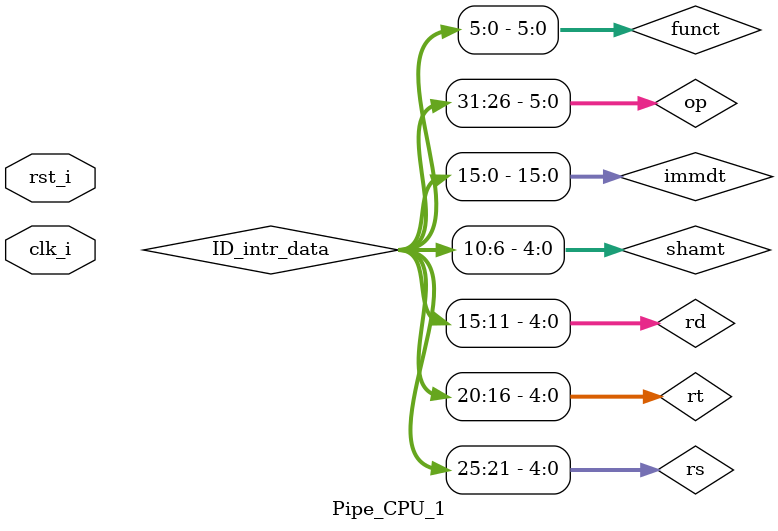
<source format=v>
`timescale 1ns / 1ps
module Pipe_CPU_1(
    clk_i,
    rst_i
    );
    
/*
wire mux_branch_or_pcadd4_select;
wire [31:0]  mux_branch_or_pcadd4_result, jump_addr;
wire [1:0] jump, branch_type ;
*/

/****************************************
I/O ports
****************************************/
input clk_i;
input rst_i;

/****************************************
Internal signal
****************************************/
/**** IF stage ****/
wire [31:0] pc_plus4, pc_after, pc_now, instr_data;

/**** ID stage ****/
wire [31:0] rs_result, rt_result, sign_extended, ID_pc_plus4, ID_intr_data;
wire [4:0] rs, rt, rd, shamt, rd_addr;
wire [5:0] op, funct;
wire [15:0] immdt;
wire reg_write;

//control signal



/**** EX stage ****/
wire [31:0] alu_result, shifted, adder2_result, EX_pc_plus4, EX_rs_result, EX_rt_result, EX_sign_extended;
wire [2:0] alu_op, EX_alu_op;
wire alu_zero, alu_src, EX_reg_write, EX_mem_to_reg, EX_branch, EX_mem_read, EX_mem_write, EX_reg_dst, EX_alu_src;
wire [3:0] alu_control;
wire [4:0] EX_rt, EX_rd, EX_write_reg;
wire [31:0] alu_input2;
wire 	    reg_dst;

//control signal


/**** MEM stage ****/
wire mem_read, mem_write, branch, branch_sel, MEM_reg_write, MEM_mem_to_reg, MEM_branch, MEM_mem_read, MEM_mem_write, MEM_alu_zero, MEM_pc_src;
wire [31:0] dm_result, MEM_adder2_result, MEM_alu_result, MEM_rt_result;
wire [4:0]  MEM_write_reg;

//control signal


/**** WB stage ****/
wire [31:0] WB_dm_result, WB_alu_result, WB_write_back_data;
wire 	    mem_to_reg, WB_reg_write, WB_mem_to_reg;
wire [4:0] WB_write_reg;
//control signal



assign {op, rs, rt, rd, shamt, funct} = ID_intr_data;
assign immdt = ID_intr_data[15:0];


/****************************************
Instantiate modules
****************************************/
//Instantiate the components in IF stage
MUX_2to1 #(.size(32)) Mux0(
        .data0_i(pc_plus4),
        .data1_i(MEM_adder2_result),
        .select_i(MEM_pc_src),
        .data_o(pc_after)
);

ProgramCounter PC(
        .clk_i(clk_i),      
	    .rst_i (rst_i),     
	    .pc_in_i(pc_after),   
	    .pc_out_o(pc_now) 
);

Instruction_Memory IM(
      .addr_i(pc_now),  
	    .instr_o(instr_data)    
);
			
Adder Add_pc(
        .src1_i(pc_now),     
	    .src2_i(32'd4),     
	    .sum_o(pc_plus4)    
);

		
Pipe_Reg #(.size(32)) IF_ID_pc_plus4(       //N is the total length of input/output
		.clk_i(clk_i),
   		.rst_i(rst_i),
   		.data_i(pc_plus4),
  		.data_o(ID_pc_plus4)
);

Pipe_Reg #(.size(32)) IF_ID_intr_data(       //N is the total length of input/output
		.clk_i(clk_i),
   		.rst_i(rst_i),
   		.data_i(instr_data),
  		.data_o(ID_intr_data)
);

//Instantiate the components in ID stage
Reg_File RF(
        .clk_i(clk_i),      
	    .rst_i(rst_i) ,     
        .RSaddr_i(ID_intr_data[25:21]) ,  
        .RTaddr_i(ID_intr_data[20:16]),  
        .RDaddr_i(WB_write_reg) ,  
        .RDdata_i(WB_write_back_data), 
        .RegWrite_i (WB_reg_write),
        .RSdata_o(rs_result) ,  
        .RTdata_o(rt_result)   
);

Decoder Control(
		.instr_op_i(ID_intr_data[31:26]),
	    .RegWrite_o(reg_write), 
	    .ALU_op_o(alu_op),   
	    .ALUSrc_o(alu_src),   
	    .RegDst_o(reg_dst),
        .Branch_o(branch),
        .MemToReg_o(mem_to_reg),
        .MemRead_o(mem_read),
        .MemWrite_o(mem_write)
);

Sign_Extend Sign_Extend(
        .data_i(ID_intr_data[15:0]),
        .data_o(sign_extended)
);	


Pipe_Reg #(.size(1)) ID_EX_reg_write(       
		.clk_i(clk_i),
   		.rst_i(rst_i),
   		.data_i(reg_write),
  		.data_o(EX_reg_write)
);

Pipe_Reg #(.size(1)) ID_EX_mem_to_reg(       
    .clk_i(clk_i),
      .rst_i(rst_i),
      .data_i(mem_to_reg),
      .data_o(EX_mem_to_reg)
);

Pipe_Reg #(.size(1)) ID_EX_branch(       
		.clk_i(clk_i),
   		.rst_i(rst_i),
   		.data_i(branch),
  		.data_o(EX_branch)
);

Pipe_Reg #(.size(1)) ID_EX_mem_read(       
		.clk_i(clk_i),
   		.rst_i(rst_i),
   		.data_i(mem_read),
  		.data_o(EX_mem_read)
);

Pipe_Reg #(.size(1)) ID_EX_mem_write(       
		.clk_i(clk_i),
   		.rst_i(rst_i),
   		.data_i(mem_write),
  		.data_o(EX_mem_write)
);

Pipe_Reg #(.size(1)) ID_EX_reg_dst(       
		.clk_i(clk_i),
   		.rst_i(rst_i),
   		.data_i(reg_dst),
  		.data_o(EX_reg_dst)
);

Pipe_Reg #(.size(3)) ID_EX_alu_op(       
		.clk_i(clk_i),
   		.rst_i(rst_i),
   		.data_i(alu_op),
  		.data_o(EX_alu_op)
);

Pipe_Reg #(.size(1)) ID_EX_alu_src(       
		.clk_i(clk_i),
   		.rst_i(rst_i),
   		.data_i(alu_src),
  		.data_o(EX_alu_src)
);

Pipe_Reg #(.size(32)) ID_EX_pc_plus4(       //N is the total length of input/output
		.clk_i(clk_i),
   		.rst_i(rst_i),
   		.data_i(ID_pc_plus4),
  		.data_o(EX_pc_plus4)
);

Pipe_Reg #(.size(32)) ID_EX_rs_result(       //N is the total length of input/output
		.clk_i(clk_i),
   		.rst_i(rst_i),
   		.data_i(rs_result),
  		.data_o(EX_rs_result)
);

Pipe_Reg #(.size(32)) ID_EX_rt_result(       //N is the total length of input/output
		.clk_i(clk_i),
   		.rst_i(rst_i),
   		.data_i(rt_result),
  		.data_o(EX_rt_result)
);

Pipe_Reg #(.size(32)) ID_EX_sign_extended(       //N is the total length of input/output
		.clk_i(clk_i),
   		.rst_i(rst_i),
   		.data_i(sign_extended),
  		.data_o(EX_sign_extended)
);

Pipe_Reg #(.size(5)) ID_EX_rt(       //N is the total length of input/output
		.clk_i(clk_i),
   		.rst_i(rst_i),
   		.data_i(ID_intr_data[20:16]),
  		.data_o(EX_rt)
);

Pipe_Reg #(.size(5)) ID_EX_rd(       //N is the total length of input/output
		.clk_i(clk_i),
   		.rst_i(rst_i),
   		.data_i(ID_intr_data[15:11]),
  		.data_o(EX_rd)
);

//Instantiate the components in EX stage	   
Shift_Left_Two_32 Shifter(
        .data_i(sign_extended),
        .data_o(shifted)
);

ALU ALU(
        .src1_i(rs_result),
		.src2_i(alu_input2),
        .pc_plus4(pc_plus4),
	    .ctrl_i(alu_control),
	    .result_o(alu_result),
	    .zero_o(alu_zero)
);
		
ALU_Control ALU_Control(
        .funct_i(EX_sign_extended[5:0]),   
        .ALUOp_i(EX_alu_op),   
        .ALUCtrl_o(alu_control) 
);

MUX_2to1 #(.size(32)) Mux1(
	    .data0_i(EX_rt_result),
        .data1_i(EX_sign_extended),
        .select_i(EX_alu_src),
        .data_o(alu_input2)
);
		
MUX_2to1 #(.size(5)) Mux2(
		.data0_i(EX_rt),
        .data1_i(EX_rd),
        .select_i(EX_reg_dst),
        .data_o(EX_write_reg)
);

Adder Add_pc_branch(
	    .src1_i(EX_pc_plus4),     
	    .src2_i(shifted),     
	    .sum_o(adder2_result) 
);



Pipe_Reg #(.size(1)) EX_MEM_reg_write(       
		.clk_i(clk_i),
   		.rst_i(rst_i),
   		.data_i(EX_reg_write),
  		.data_o(MEM_reg_write)
);

Pipe_Reg #(.size(1)) EX_MEM_mem_to_reg(       
    .clk_i(clk_i),
      .rst_i(rst_i),
      .data_i(EX_mem_to_reg),
      .data_o(MEM_mem_to_reg)
);

Pipe_Reg #(.size(1)) EX_MEM_branch(       
    .clk_i(clk_i),
      .rst_i(rst_i),
      .data_i(EX_branch),
      .data_o(MEM_branch)
);

Pipe_Reg #(.size(1)) EX_MEM_mem_read(       
    .clk_i(clk_i),
      .rst_i(rst_i),
      .data_i(EX_mem_read),
      .data_o(MEM_mem_read)
);

Pipe_Reg #(.size(1)) EX_MEM_mem_write(       
    .clk_i(clk_i),
      .rst_i(rst_i),
      .data_i(EX_mem_write),
      .data_o(MEM_mem_write)
);

Pipe_Reg #(.size(32)) EX_MEM_adder2_result(       
    .clk_i(clk_i),
      .rst_i(rst_i),
      .data_i(adder2_result),
      .data_o(MEM_adder2_result)
);

Pipe_Reg #(.size(1)) EX_MEM_alu_zero(       
    .clk_i(clk_i),
      .rst_i(rst_i),
      .data_i(alu_zero),
      .data_o(MEM_alu_zero)
);

Pipe_Reg #(.size(32)) EX_MEM_alu_result(       
    .clk_i(clk_i),
      .rst_i(rst_i),
      .data_i(alu_result),
      .data_o(MEM_alu_result)
);

Pipe_Reg #(.size(32)) EX_MEM_rt_result(       
    .clk_i(clk_i),
      .rst_i(rst_i),
      .data_i(EX_rt_result),
      .data_o(MEM_rt_result)
);

Pipe_Reg #(.size(5)) EX_MEM_write_reg(       
    .clk_i(clk_i),
      .rst_i(rst_i),
      .data_i(EX_write_reg),
      .data_o(MEM_write_reg)
);

//Instantiate the components in MEM stage
Data_Memory DM(
        .clk_i(clk_i),
        .addr_i(MEM_alu_result),
        .data_i(MEM_rt_result),
        .MemRead_i(MEM_mem_read),
        .MemWrite_i(MEM_mem_write),
        .data_o(dm_result)
);

and G1(MEM_pc_src, MEM_branch, MEM_alu_zero);



Pipe_Reg #(.size(1)) MEM_WB_reg_write(       
    .clk_i(clk_i),
      .rst_i(rst_i),
      .data_i(MEM_reg_write),
      .data_o(WB_reg_write)
);

Pipe_Reg #(.size(1)) MEM_WB_mem_to_reg(       
    .clk_i(clk_i),
      .rst_i(rst_i),
      .data_i(MEM_mem_to_reg),
      .data_o(WB_mem_to_reg)
);

Pipe_Reg #(.size(32)) MEM_WB_dm_result(       
    .clk_i(clk_i),
      .rst_i(rst_i),
      .data_i(dm_result),
      .data_o(WB_dm_result)
);

Pipe_Reg #(.size(32)) MEM_WB_alu_result(       
    .clk_i(clk_i),
      .rst_i(rst_i),
      .data_i(MEM_alu_result),
      .data_o(WB_alu_result)
);

Pipe_Reg #(.size(5)) MEM_WB_write_reg(       
    .clk_i(clk_i),
      .rst_i(rst_i),
      .data_i(MEM_write_reg),
      .data_o(WB_write_reg)
);


//Instantiate the components in WB stage
MUX_2to1 #(.size(32)) Mux3(
        .data0_i(WB_dm_result),
        .data1_i(WB_alu_result),
        .select_i(WB_mem_to_reg),
        .data_o(WB_write_back_data)
);

/****************************************
signal assignment
****************************************/

endmodule


</source>
